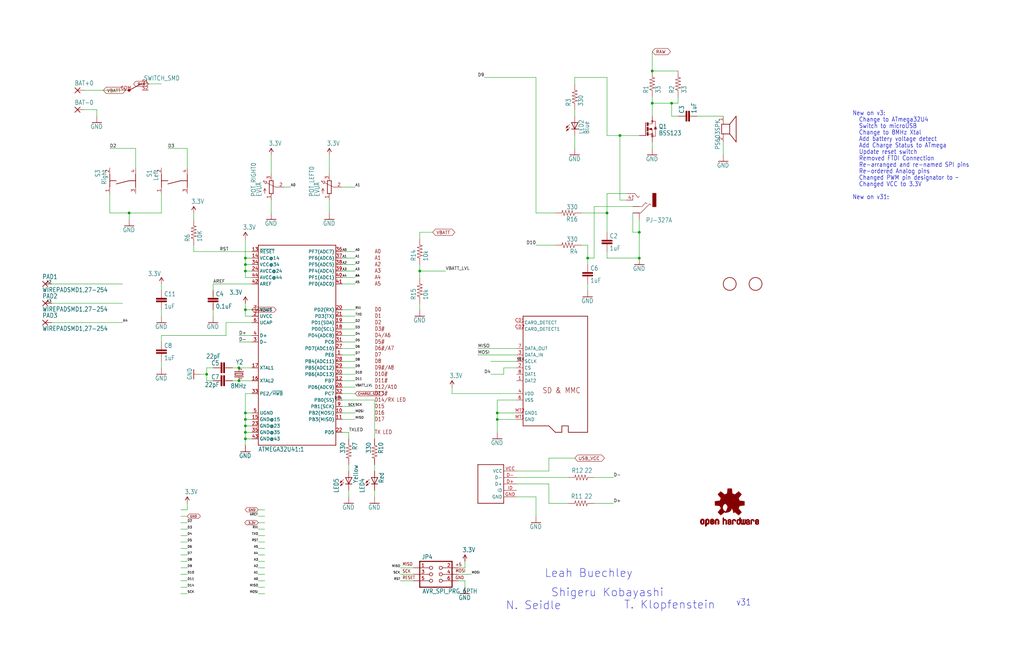
<source format=kicad_sch>
(kicad_sch (version 20230121) (generator eeschema)
  (paper "User" 402.793 260.121)
  (lib_symbols
    (symbol "working-eagle-import:3.3V" (power)
      (property "Value" "3.3V" (at -1.016 3.556 0))
      (symbol "3.3V_1_0"
        (pin power_in line (at 0 0 90) (length 2.54) (name "3.3V") (number "1"))
      )
    )
    (symbol "working-eagle-import:ATMEGA32U41{colon}1"
      (symbol "ATMEGA32U41{colon}1_1_0"
        (text "A0" (at 30.48 34.798 0) (effects (font (size 1.524 1.2954)) (justify left bottom)))
        (text "A1" (at 30.48 32.258 0) (effects (font (size 1.524 1.2954)) (justify left bottom)))
        (text "A2" (at 30.48 29.718 0) (effects (font (size 1.524 1.2954)) (justify left bottom)))
        (text "A3" (at 30.48 27.178 0) (effects (font (size 1.524 1.2954)) (justify left bottom)))
        (text "A4" (at 30.48 24.638 0) (effects (font (size 1.524 1.2954)) (justify left bottom)))
        (text "A5" (at 30.48 22.098 0) (effects (font (size 1.524 1.2954)) (justify left bottom)))
        (text "D0" (at 30.48 11.938 0) (effects (font (size 1.524 1.2954)) (justify left bottom)))
        (text "D1" (at 30.48 9.398 0) (effects (font (size 1.524 1.2954)) (justify left bottom)))
        (text "D10#" (at 30.48 -13.462 0) (effects (font (size 1.524 1.2954)) (justify left bottom)))
        (text "D11#" (at 30.48 -16.002 0) (effects (font (size 1.524 1.2954)) (justify left bottom)))
        (text "D12/A10" (at 30.48 -18.542 0) (effects (font (size 1.524 1.2954)) (justify left bottom)))
        (text "D13#" (at 30.48 -21.082 0) (effects (font (size 1.524 1.2954)) (justify left bottom)))
        (text "D14/RX LED" (at 30.48 -23.622 0) (effects (font (size 1.524 1.2954)) (justify left bottom)))
        (text "D15" (at 30.48 -26.162 0) (effects (font (size 1.524 1.2954)) (justify left bottom)))
        (text "D16" (at 30.48 -28.702 0) (effects (font (size 1.524 1.2954)) (justify left bottom)))
        (text "D17" (at 30.48 -31.242 0) (effects (font (size 1.524 1.2954)) (justify left bottom)))
        (text "D2" (at 30.48 6.858 0) (effects (font (size 1.524 1.2954)) (justify left bottom)))
        (text "D3#" (at 30.48 4.318 0) (effects (font (size 1.524 1.2954)) (justify left bottom)))
        (text "D4/A6" (at 30.48 1.778 0) (effects (font (size 1.524 1.2954)) (justify left bottom)))
        (text "D5#" (at 30.48 -0.762 0) (effects (font (size 1.524 1.2954)) (justify left bottom)))
        (text "D6#/A7" (at 30.48 -3.302 0) (effects (font (size 1.524 1.2954)) (justify left bottom)))
        (text "D7" (at 30.48 -5.842 0) (effects (font (size 1.524 1.2954)) (justify left bottom)))
        (text "D8" (at 30.48 -8.382 0) (effects (font (size 1.524 1.2954)) (justify left bottom)))
        (text "D9#/A8" (at 30.48 -10.922 0) (effects (font (size 1.524 1.2954)) (justify left bottom)))
        (text "TX LED" (at 30.48 -36.322 0) (effects (font (size 1.524 1.2954)) (justify left bottom)))
        (pin bidirectional line (at 17.78 -5.08 180) (length 2.54) (name "PE6") (number "1"))
        (pin bidirectional line (at 17.78 -27.94 180) (length 2.54) (name "PB2(MOSI)") (number "10"))
        (pin bidirectional line (at 17.78 -30.48 180) (length 2.54) (name "PB3(MISO)") (number "11"))
        (pin bidirectional line (at 17.78 -15.24 180) (length 2.54) (name "PB7") (number "12"))
        (pin bidirectional line (at -17.78 35.56 0) (length 2.54) (name "~{RESET}") (number "13"))
        (pin bidirectional line (at -17.78 33.02 0) (length 2.54) (name "VCC@14") (number "14"))
        (pin bidirectional line (at -17.78 -30.48 0) (length 2.54) (name "GND@15") (number "15"))
        (pin bidirectional line (at -17.78 -15.24 0) (length 2.54) (name "XTAL2") (number "16"))
        (pin bidirectional line (at -17.78 -10.16 0) (length 2.54) (name "XTAL1") (number "17"))
        (pin bidirectional line (at 17.78 5.08 180) (length 2.54) (name "PD0(SCL)") (number "18"))
        (pin bidirectional line (at 17.78 7.62 180) (length 2.54) (name "PD1(SDA)") (number "19"))
        (pin bidirectional line (at -17.78 10.16 0) (length 2.54) (name "UVCC") (number "2"))
        (pin bidirectional line (at 17.78 12.7 180) (length 2.54) (name "PD2(RX)") (number "20"))
        (pin bidirectional line (at 17.78 10.16 180) (length 2.54) (name "PD3(TX)") (number "21"))
        (pin bidirectional line (at 17.78 -35.56 180) (length 2.54) (name "PD5") (number "22"))
        (pin bidirectional line (at -17.78 -33.02 0) (length 2.54) (name "GND@23") (number "23"))
        (pin bidirectional line (at -17.78 27.94 0) (length 2.54) (name "AVCC@24") (number "24"))
        (pin bidirectional line (at 17.78 2.54 180) (length 2.54) (name "PD4(ADC8)") (number "25"))
        (pin bidirectional line (at 17.78 -17.78 180) (length 2.54) (name "PD6(ADC9)") (number "26"))
        (pin bidirectional line (at 17.78 -2.54 180) (length 2.54) (name "PD7(ADC10)") (number "27"))
        (pin bidirectional line (at 17.78 -7.62 180) (length 2.54) (name "PB4(ADC11)") (number "28"))
        (pin bidirectional line (at 17.78 -10.16 180) (length 2.54) (name "PB5(ADC12)") (number "29"))
        (pin bidirectional line (at -17.78 0 0) (length 2.54) (name "D-") (number "3"))
        (pin bidirectional line (at 17.78 -12.7 180) (length 2.54) (name "PB6(ADC13)") (number "30"))
        (pin bidirectional line (at 17.78 0 180) (length 2.54) (name "PC6") (number "31"))
        (pin bidirectional line (at 17.78 -20.32 180) (length 2.54) (name "PC7") (number "32"))
        (pin bidirectional line (at -17.78 -20.32 0) (length 2.54) (name "PE2/~{HWB}") (number "33"))
        (pin bidirectional line (at -17.78 30.48 0) (length 2.54) (name "VCC@34") (number "34"))
        (pin bidirectional line (at -17.78 -35.56 0) (length 2.54) (name "GND@35") (number "35"))
        (pin bidirectional line (at 17.78 35.56 180) (length 2.54) (name "PF7(ADC7)") (number "36"))
        (pin bidirectional line (at 17.78 33.02 180) (length 2.54) (name "PF6(ADC6)") (number "37"))
        (pin bidirectional line (at 17.78 30.48 180) (length 2.54) (name "PF5(ADC5)") (number "38"))
        (pin bidirectional line (at 17.78 27.94 180) (length 2.54) (name "PF4(ADC4)") (number "39"))
        (pin bidirectional line (at -17.78 2.54 0) (length 2.54) (name "D+") (number "4"))
        (pin bidirectional line (at 17.78 25.4 180) (length 2.54) (name "PF1(ADC1)") (number "40"))
        (pin bidirectional line (at 17.78 22.86 180) (length 2.54) (name "PF0(ADC0)") (number "41"))
        (pin bidirectional line (at -17.78 22.86 0) (length 2.54) (name "AREF") (number "42"))
        (pin bidirectional line (at -17.78 -38.1 0) (length 2.54) (name "GND@43") (number "43"))
        (pin bidirectional line (at -17.78 25.4 0) (length 2.54) (name "AVCC@44") (number "44"))
        (pin bidirectional line (at -17.78 -27.94 0) (length 2.54) (name "UGND") (number "5"))
        (pin bidirectional line (at -17.78 7.62 0) (length 2.54) (name "UCAP") (number "6"))
        (pin bidirectional line (at -17.78 12.7 0) (length 2.54) (name "VBUS") (number "7"))
        (pin bidirectional line (at 17.78 -22.86 180) (length 2.54) (name "PB0(SS)") (number "8"))
        (pin bidirectional line (at 17.78 -25.4 180) (length 2.54) (name "PB1(SCK)") (number "9"))
      )
    )
    (symbol "working-eagle-import:AVR_SPI_PRG_6PTH"
      (property "Reference" "J" (at -4.318 5.842 0))
      (symbol "AVR_SPI_PRG_6PTH_1_0"
        (text "+5" (at 8.89 3.048 0) (effects (font (size 1.27 1.0795)) (justify left bottom)))
        (text "GND" (at 8.89 -2.032 0) (effects (font (size 1.27 1.0795)) (justify left bottom)))
        (text "MISO" (at -11.938 3.302 0) (effects (font (size 1.27 1.0795)) (justify left bottom)))
        (text "MOSI" (at 8.89 0.635 0) (effects (font (size 1.27 1.0795)) (justify left bottom)))
        (text "RESET" (at -11.938 -2.032 0) (effects (font (size 1.27 1.0795)) (justify left bottom)))
        (text "SCK" (at -11.938 0.508 0) (effects (font (size 1.27 1.0795)) (justify left bottom)))
        (pin passive inverted (at -7.62 2.54 0) (length 7.62) (name "1") (number "1"))
        (pin passive inverted (at 10.16 2.54 180) (length 7.62) (name "2") (number "2"))
        (pin passive inverted (at -7.62 0 0) (length 7.62) (name "3") (number "3"))
        (pin passive inverted (at 10.16 0 180) (length 7.62) (name "4") (number "4"))
        (pin passive inverted (at -7.62 -2.54 0) (length 7.62) (name "5") (number "5"))
        (pin passive inverted (at 10.16 -2.54 180) (length 7.62) (name "6") (number "6"))
      )
    )
    (symbol "working-eagle-import:BSS123"
      (property "Reference" "Q" (at 2.54 0 0))
      (symbol "BSS123_1_0"
        (pin passive line (at -5.08 -2.54 0) (length 2.54) (name "G") (number "1"))
        (pin passive line (at 0 -5.08 90) (length 2.54) (name "S") (number "2"))
        (pin passive line (at 0 5.08 270) (length 2.54) (name "D") (number "3"))
      )
    )
    (symbol "working-eagle-import:CAP0603-CAP"
      (property "Reference" "C" (at 1.524 2.921 0))
      (symbol "CAP0603-CAP_1_0"
        (pin passive line (at 0 5.08 270) (length 2.54) (name "1") (number "1"))
        (pin passive line (at 0 -2.54 90) (length 2.54) (name "2") (number "2"))
      )
    )
    (symbol "working-eagle-import:CRYSTAL5X3"
      (property "Reference" "Y" (at 2.54 1.016 0))
      (symbol "CRYSTAL5X3_1_0"
        (text "1" (at -2.159 -1.143 0) (effects (font (size 0.8636 0.734)) (justify left bottom)))
        (text "2" (at 1.524 -1.143 0) (effects (font (size 0.8636 0.734)) (justify left bottom)))
        (pin passive line (at -2.54 0 0) (length 0) (name "1") (number "1"))
        (pin passive line (at 2.54 0 180) (length 0) (name "2") (number "3"))
      )
    )
    (symbol "working-eagle-import:EVUA"
      (property "Reference" "R" (at -5.969 -3.81 90))
      (symbol "EVUA_1_0"
        (pin passive line (at 0 -5.08 90) (length 2.54) (name "A") (number "1"))
        (pin passive line (at 5.08 0 180) (length 2.54) (name "S") (number "2"))
        (pin passive line (at 0 5.08 270) (length 2.54) (name "E") (number "3"))
      )
    )
    (symbol "working-eagle-import:FIDUCIAL")
    (symbol "working-eagle-import:GND" (power)
      (property "Value" "GND" (at -2.54 -2.54 0))
      (symbol "GND_1_0"
        (pin power_in line (at 0 2.54 270) (length 2.54) (name "GND") (number "1"))
      )
    )
    (symbol "working-eagle-import:LED0603"
      (property "Reference" "LED" (at 3.556 -4.572 90))
      (symbol "LED0603_1_0"
        (pin passive line (at 0 2.54 270) (length 2.54) (name "A") (number "A"))
        (pin passive line (at 0 -5.08 90) (length 2.54) (name "C") (number "C"))
      )
    )
    (symbol "working-eagle-import:MICROSD"
      (symbol "MICROSD_1_0"
        (text "SD & MMC" (at -7.62 -10.16 0) (effects (font (size 2.1844 1.8567)) (justify left bottom)))
        (pin bidirectional line (at -17.78 -5.08 0) (length 2.54) (name "DAT2") (number "1"))
        (pin input line (at -17.78 0 0) (length 2.54) (name "CS") (number "2"))
        (pin input line (at -17.78 5.08 0) (length 2.54) (name "DATA_IN") (number "3"))
        (pin power_in line (at -17.78 -10.16 0) (length 2.54) (name "VDD") (number "4"))
        (pin input line (at -17.78 2.54 0) (length 2.54) (name "SCLK") (number "5"))
        (pin power_in line (at -17.78 -12.7 0) (length 2.54) (name "VSS") (number "6"))
        (pin output line (at -17.78 7.62 0) (length 2.54) (name "DATA_OUT") (number "7"))
        (pin bidirectional line (at -17.78 -2.54 0) (length 2.54) (name "DAT1") (number "8"))
        (pin passive line (at -17.78 17.78 0) (length 2.54) (name "CARD_DETECT") (number "CD1"))
        (pin passive line (at -17.78 15.24 0) (length 2.54) (name "CARD_DETECT1") (number "CD2"))
        (pin power_in line (at -17.78 -20.32 0) (length 2.54) (name "GND") (number "MT1"))
        (pin power_in line (at -17.78 -17.78 0) (length 2.54) (name "GND1") (number "MT2"))
      )
    )
    (symbol "working-eagle-import:OSHW-LOGOL")
    (symbol "working-eagle-import:PJ-327A"
      (symbol "PJ-327A_1_0"
        (pin passive line (at -2.54 -2.54 0) (length 2.54) (name "1") (number "1"))
        (pin passive line (at -5.08 5.08 0) (length 2.54) (name "2") (number "2"))
        (pin passive line (at -2.54 0 0) (length 2.54) (name "3") (number "3"))
        (pin passive line (at -5.08 2.54 0) (length 2.54) (name "4") (number "4"))
        (pin passive line (at 0 -5.08 90) (length 2.54) (name "5") (number "5"))
      )
    )
    (symbol "working-eagle-import:PS603SPK"
      (symbol "PS603SPK_1_0"
        (pin passive line (at -5.08 0 0) (length 2.54) (name "1") (number "1"))
        (pin passive line (at 5.08 0 180) (length 2.54) (name "2") (number "2"))
      )
    )
    (symbol "working-eagle-import:RESISTOR0603-RES"
      (property "Reference" "R" (at -3.81 1.4986 0))
      (symbol "RESISTOR0603-RES_1_0"
        (pin passive line (at -5.08 0 0) (length 2.54) (name "1") (number "1"))
        (pin passive line (at 5.08 0 180) (length 2.54) (name "2") (number "2"))
      )
    )
    (symbol "working-eagle-import:SMD5"
      (property "Reference" "PAD" (at -1.143 1.8542 0))
      (symbol "SMD5_1_0"
        (pin passive line (at 2.54 0 180) (length 2.54) (name "P") (number "1"))
      )
    )
    (symbol "working-eagle-import:SWITCH_SMD"
      (symbol "SWITCH_SMD_1_0"
        (pin passive line (at -7.62 0 0) (length 2.54) (name "COM") (number "COM"))
        (pin passive line (at 2.54 2.54 180) (length 2.54) (name "S1") (number "S1"))
        (pin passive line (at 2.54 0 180) (length 2.54) (name "S2") (number "S2"))
      )
    )
    (symbol "working-eagle-import:TASTER-9314_SMD"
      (property "Reference" "S" (at 4.445 10.795 0))
      (symbol "TASTER-9314_SMD_1_0"
        (pin passive line (at -5.08 5.08 0) (length 2.54) (name "1") (number "1"))
        (pin passive line (at 5.08 5.08 180) (length 2.54) (name "2") (number "2"))
        (pin passive line (at -5.08 -5.08 0) (length 2.54) (name "3") (number "3"))
        (pin passive line (at 5.08 -5.08 180) (length 2.54) (name "4") (number "4"))
      )
    )
    (symbol "working-eagle-import:USB_B_SMD"
      (symbol "USB_B_SMD_1_0"
        (pin bidirectional line (at 10.16 0 180) (length 5.08) (name "D+") (number "D+"))
        (pin bidirectional line (at 10.16 2.54 180) (length 5.08) (name "D-") (number "D-"))
        (pin bidirectional line (at 10.16 -5.08 180) (length 5.08) (name "GND") (number "GND"))
        (pin bidirectional line (at 10.16 -2.54 180) (length 5.08) (name "ID") (number "ID"))
        (pin bidirectional line (at 10.16 5.08 180) (length 5.08) (name "VCC") (number "VCC"))
      )
    )
    (symbol "working-eagle-import:WIREPADSMD1,27-254"
      (property "Reference" "PAD" (at -1.143 1.8542 0))
      (symbol "WIREPADSMD1,27-254_1_0"
        (pin passive line (at 2.54 0 180) (length 2.54) (name "P") (number "1"))
      )
    )
    (symbol "working-eagle-import:supply1_GND" (power)
      (property "Value" "supply1_GND" (at -2.54 -2.54 0))
      (symbol "supply1_GND_1_0"
        (pin power_in line (at 0 2.54 270) (length 2.54) (name "GND") (number "1"))
      )
    )
  )
  (junction (at 195.58 162.56))
  (junction (at 96.52 162.56))
  (junction (at 251.46 101.6))
  (junction (at 243.84 53.34))
  (junction (at 264.16 40.64))
  (junction (at 50.8 83.82))
  (junction (at 93.98 144.78))
  (junction (at 96.52 172.72))
  (junction (at 231.14 101.6))
  (junction (at 93.98 149.86))
  (junction (at 165.1 106.68))
  (junction (at 96.52 106.68))
  (junction (at 256.54 40.64))
  (junction (at 96.52 165.1))
  (junction (at 96.52 121.92))
  (junction (at 238.76 83.82))
  (junction (at 256.54 27.94))
  (junction (at 96.52 104.14))
  (junction (at 96.52 101.6))
  (junction (at 81.28 147.32))
  (junction (at 251.46 91.44))
  (junction (at 96.52 170.18))
  (junction (at 195.58 165.1))
  (junction (at 96.52 167.64))
  (wire (pts (xy 96.52 124.46) (xy 96.52 121.92)) (stroke (width 0.1524)))
  (wire (pts (xy 147.32 185.42) (xy 147.32 182.88)) (stroke (width 0.1524)))
  (wire (pts (xy 33.02 43.18) (xy 38.1 43.18)) (stroke (width 0.1524)))
  (wire (pts (xy 134.62 121.92) (xy 139.7 121.92)) (stroke (width 0.1524)))
  (wire (pts (xy 71.12 228.6) (xy 73.66 228.6)) (stroke (width 0.1524)))
  (wire (pts (xy 53.34 58.42) (xy 43.18 58.42)) (stroke (width 0.1524)))
  (wire (pts (xy 264.16 40.64) (xy 264.16 45.72)) (stroke (width 0.1524)))
  (wire (pts (xy 114.3 73.66) (xy 111.76 73.66)) (stroke (width 0.1524)))
  (wire (pts (xy 134.62 106.68) (xy 139.7 106.68)) (stroke (width 0.1524)))
  (wire (pts (xy 233.68 81.28) (xy 248.92 81.28)) (stroke (width 0.1524)))
  (wire (pts (xy 251.46 91.44) (xy 251.46 101.6)) (stroke (width 0.1524)))
  (wire (pts (xy 226.06 43.18) (xy 226.06 45.72)) (stroke (width 0.1524)))
  (wire (pts (xy 83.82 124.46) (xy 83.82 121.92)) (stroke (width 0.1524)))
  (wire (pts (xy 238.76 99.06) (xy 238.76 101.6)) (stroke (width 0.1524)))
  (wire (pts (xy 182.88 220.98) (xy 182.88 223.52)) (stroke (width 0.1524)))
  (wire (pts (xy 96.52 172.72) (xy 96.52 175.26)) (stroke (width 0.1524)))
  (wire (pts (xy 198.12 144.78) (xy 198.12 147.32)) (stroke (width 0.1524)))
  (wire (pts (xy 203.2 185.42) (xy 215.9 185.42)) (stroke (width 0.1524)))
  (wire (pts (xy 96.52 104.14) (xy 96.52 101.6)) (stroke (width 0.1524)))
  (wire (pts (xy 162.56 226.06) (xy 157.48 226.06)) (stroke (width 0.1524)))
  (wire (pts (xy 231.14 101.6) (xy 231.14 104.14)) (stroke (width 0.1524)))
  (wire (pts (xy 180.34 228.6) (xy 182.88 228.6)) (stroke (width 0.1524)))
  (wire (pts (xy 248.92 83.82) (xy 248.92 91.44)) (stroke (width 0.1524)))
  (wire (pts (xy 147.32 195.58) (xy 147.32 193.04)) (stroke (width 0.1524)))
  (wire (pts (xy 50.8 83.82) (xy 43.18 83.82)) (stroke (width 0.1524)))
  (wire (pts (xy 63.5 144.78) (xy 63.5 142.24)) (stroke (width 0.1524)))
  (wire (pts (xy 71.12 205.74) (xy 73.66 205.74)) (stroke (width 0.1524)))
  (wire (pts (xy 96.52 167.64) (xy 96.52 170.18)) (stroke (width 0.1524)))
  (wire (pts (xy 83.82 111.76) (xy 83.82 114.3)) (stroke (width 0.1524)))
  (wire (pts (xy 134.62 152.4) (xy 139.7 152.4)) (stroke (width 0.1524)))
  (wire (pts (xy 58.42 33.02) (xy 63.5 33.02)) (stroke (width 0.1524)))
  (wire (pts (xy 96.52 162.56) (xy 96.52 165.1)) (stroke (width 0.1524)))
  (wire (pts (xy 180.34 226.06) (xy 185.42 226.06)) (stroke (width 0.1524)))
  (wire (pts (xy 264.16 45.72) (xy 266.7 45.72)) (stroke (width 0.1524)))
  (wire (pts (xy 104.14 218.44) (xy 101.6 218.44)) (stroke (width 0.1524)))
  (wire (pts (xy 88.9 132.08) (xy 63.5 132.08)) (stroke (width 0.1524)))
  (wire (pts (xy 104.14 215.9) (xy 101.6 215.9)) (stroke (width 0.1524)))
  (wire (pts (xy 251.46 53.34) (xy 243.84 53.34)) (stroke (width 0.1524)))
  (wire (pts (xy 73.66 203.2) (xy 71.12 203.2)) (stroke (width 0.1524)))
  (wire (pts (xy 71.12 208.28) (xy 73.66 208.28)) (stroke (width 0.1524)))
  (wire (pts (xy 238.76 83.82) (xy 238.76 76.2)) (stroke (width 0.1524)))
  (wire (pts (xy 203.2 142.24) (xy 193.04 142.24)) (stroke (width 0.1524)))
  (wire (pts (xy 266.7 40.64) (xy 264.16 40.64)) (stroke (width 0.1524)))
  (wire (pts (xy 134.62 144.78) (xy 139.7 144.78)) (stroke (width 0.1524)))
  (wire (pts (xy 243.84 53.34) (xy 238.76 53.34)) (stroke (width 0.1524)))
  (wire (pts (xy 203.2 162.56) (xy 195.58 162.56)) (stroke (width 0.1524)))
  (wire (pts (xy 238.76 76.2) (xy 246.38 76.2)) (stroke (width 0.1524)))
  (wire (pts (xy 53.34 66.04) (xy 53.34 58.42)) (stroke (width 0.1524)))
  (wire (pts (xy 129.54 60.96) (xy 129.54 68.58)) (stroke (width 0.1524)))
  (wire (pts (xy 203.2 139.7) (xy 187.96 139.7)) (stroke (width 0.1524)))
  (wire (pts (xy 231.14 111.76) (xy 231.14 114.3)) (stroke (width 0.1524)))
  (wire (pts (xy 231.14 101.6) (xy 233.68 101.6)) (stroke (width 0.1524)))
  (wire (pts (xy 233.68 187.96) (xy 241.3 187.96)) (stroke (width 0.1524)))
  (wire (pts (xy 180.34 223.52) (xy 182.88 223.52)) (stroke (width 0.1524)))
  (wire (pts (xy 246.38 78.74) (xy 243.84 78.74)) (stroke (width 0.1524)))
  (wire (pts (xy 71.12 215.9) (xy 73.66 215.9)) (stroke (width 0.1524)))
  (wire (pts (xy 165.1 106.68) (xy 175.26 106.68)) (stroke (width 0.1524)))
  (wire (pts (xy 248.92 91.44) (xy 251.46 91.44)) (stroke (width 0.1524)))
  (wire (pts (xy 99.06 170.18) (xy 96.52 170.18)) (stroke (width 0.1524)))
  (wire (pts (xy 134.62 157.48) (xy 147.32 157.48)) (stroke (width 0.1524)))
  (wire (pts (xy 134.62 162.56) (xy 139.7 162.56)) (stroke (width 0.1524)))
  (wire (pts (xy 134.62 160.02) (xy 139.7 160.02)) (stroke (width 0.1524)))
  (wire (pts (xy 96.52 106.68) (xy 96.52 104.14)) (stroke (width 0.1524)))
  (wire (pts (xy 104.14 233.68) (xy 101.6 233.68)) (stroke (width 0.1524)))
  (wire (pts (xy 43.18 83.82) (xy 43.18 76.2)) (stroke (width 0.1524)))
  (wire (pts (xy 71.12 231.14) (xy 73.66 231.14)) (stroke (width 0.1524)))
  (wire (pts (xy 266.7 27.94) (xy 256.54 27.94)) (stroke (width 0.1524)))
  (wire (pts (xy 96.52 101.6) (xy 96.52 93.98)) (stroke (width 0.1524)))
  (wire (pts (xy 99.06 144.78) (xy 93.98 144.78)) (stroke (width 0.1524)))
  (wire (pts (xy 99.06 101.6) (xy 96.52 101.6)) (stroke (width 0.1524)))
  (wire (pts (xy 99.06 167.64) (xy 96.52 167.64)) (stroke (width 0.1524)))
  (wire (pts (xy 137.16 195.58) (xy 137.16 193.04)) (stroke (width 0.1524)))
  (wire (pts (xy 134.62 129.54) (xy 139.7 129.54)) (stroke (width 0.1524)))
  (wire (pts (xy 203.2 190.5) (xy 215.9 190.5)) (stroke (width 0.1524)))
  (wire (pts (xy 99.06 104.14) (xy 96.52 104.14)) (stroke (width 0.1524)))
  (wire (pts (xy 99.06 99.06) (xy 76.2 99.06)) (stroke (width 0.1524)))
  (wire (pts (xy 134.62 137.16) (xy 139.7 137.16)) (stroke (width 0.1524)))
  (wire (pts (xy 99.06 111.76) (xy 83.82 111.76)) (stroke (width 0.1524)))
  (wire (pts (xy 104.14 226.06) (xy 101.6 226.06)) (stroke (width 0.1524)))
  (wire (pts (xy 50.8 86.36) (xy 50.8 83.82)) (stroke (width 0.1524)))
  (wire (pts (xy 104.14 231.14) (xy 101.6 231.14)) (stroke (width 0.1524)))
  (wire (pts (xy 104.14 205.74) (xy 101.6 205.74)) (stroke (width 0.1524)))
  (wire (pts (xy 134.62 99.06) (xy 139.7 99.06)) (stroke (width 0.1524)))
  (wire (pts (xy 284.48 55.88) (xy 284.48 60.96)) (stroke (width 0.1524)))
  (wire (pts (xy 228.6 83.82) (xy 238.76 83.82)) (stroke (width 0.1524)))
  (wire (pts (xy 233.68 198.12) (xy 241.3 198.12)) (stroke (width 0.1524)))
  (wire (pts (xy 134.62 165.1) (xy 139.7 165.1)) (stroke (width 0.1524)))
  (wire (pts (xy 104.14 220.98) (xy 101.6 220.98)) (stroke (width 0.1524)))
  (wire (pts (xy 165.1 109.22) (xy 165.1 106.68)) (stroke (width 0.1524)))
  (wire (pts (xy 134.62 124.46) (xy 139.7 124.46)) (stroke (width 0.1524)))
  (wire (pts (xy 106.68 83.82) (xy 106.68 78.74)) (stroke (width 0.1524)))
  (wire (pts (xy 243.84 78.74) (xy 243.84 53.34)) (stroke (width 0.1524)))
  (wire (pts (xy 73.66 220.98) (xy 71.12 220.98)) (stroke (width 0.1524)))
  (wire (pts (xy 99.06 109.22) (xy 96.52 109.22)) (stroke (width 0.1524)))
  (wire (pts (xy 203.2 165.1) (xy 195.58 165.1)) (stroke (width 0.1524)))
  (wire (pts (xy 147.32 157.48) (xy 147.32 172.72)) (stroke (width 0.1524)))
  (wire (pts (xy 203.2 157.48) (xy 195.58 157.48)) (stroke (width 0.1524)))
  (wire (pts (xy 210.82 195.58) (xy 210.82 203.2)) (stroke (width 0.1524)))
  (wire (pts (xy 78.74 147.32) (xy 81.28 147.32)) (stroke (width 0.1524)))
  (wire (pts (xy 99.06 162.56) (xy 96.52 162.56)) (stroke (width 0.1524)))
  (wire (pts (xy 93.98 144.78) (xy 91.44 144.78)) (stroke (width 0.1524)))
  (wire (pts (xy 134.62 170.18) (xy 137.16 170.18)) (stroke (width 0.1524)))
  (wire (pts (xy 83.82 144.78) (xy 81.28 144.78)) (stroke (width 0.1524)))
  (wire (pts (xy 20.32 111.76) (xy 48.26 111.76)) (stroke (width 0.1524)))
  (wire (pts (xy 256.54 20.32) (xy 256.54 27.94)) (stroke (width 0.1524)))
  (wire (pts (xy 218.44 96.52) (xy 210.82 96.52)) (stroke (width 0.1524)))
  (wire (pts (xy 48.26 127) (xy 20.32 127)) (stroke (width 0.1524)))
  (wire (pts (xy 104.14 228.6) (xy 101.6 228.6)) (stroke (width 0.1524)))
  (wire (pts (xy 63.5 111.76) (xy 63.5 114.3)) (stroke (width 0.1524)))
  (wire (pts (xy 96.52 170.18) (xy 96.52 172.72)) (stroke (width 0.1524)))
  (wire (pts (xy 129.54 83.82) (xy 129.54 78.74)) (stroke (width 0.1524)))
  (wire (pts (xy 76.2 83.82) (xy 76.2 86.36)) (stroke (width 0.1524)))
  (wire (pts (xy 96.52 109.22) (xy 96.52 106.68)) (stroke (width 0.1524)))
  (wire (pts (xy 177.8 154.94) (xy 177.8 152.4)) (stroke (width 0.1524)))
  (wire (pts (xy 134.62 104.14) (xy 139.7 104.14)) (stroke (width 0.1524)))
  (wire (pts (xy 256.54 40.64) (xy 256.54 45.72)) (stroke (width 0.1524)))
  (wire (pts (xy 99.06 127) (xy 88.9 127)) (stroke (width 0.1524)))
  (wire (pts (xy 134.62 149.86) (xy 139.7 149.86)) (stroke (width 0.1524)))
  (wire (pts (xy 99.06 172.72) (xy 96.52 172.72)) (stroke (width 0.1524)))
  (wire (pts (xy 165.1 106.68) (xy 165.1 104.14)) (stroke (width 0.1524)))
  (wire (pts (xy 215.9 185.42) (xy 215.9 180.34)) (stroke (width 0.1524)))
  (wire (pts (xy 38.1 43.18) (xy 38.1 45.72)) (stroke (width 0.1524)))
  (wire (pts (xy 215.9 190.5) (xy 215.9 198.12)) (stroke (width 0.1524)))
  (wire (pts (xy 104.14 210.82) (xy 101.6 210.82)) (stroke (width 0.1524)))
  (wire (pts (xy 162.56 223.52) (xy 157.48 223.52)) (stroke (width 0.1524)))
  (wire (pts (xy 251.46 86.36) (xy 251.46 91.44)) (stroke (width 0.1524)))
  (wire (pts (xy 134.62 111.76) (xy 139.7 111.76)) (stroke (width 0.1524)))
  (wire (pts (xy 71.12 233.68) (xy 73.66 233.68)) (stroke (width 0.1524)))
  (wire (pts (xy 195.58 157.48) (xy 195.58 162.56)) (stroke (width 0.1524)))
  (wire (pts (xy 134.62 142.24) (xy 139.7 142.24)) (stroke (width 0.1524)))
  (wire (pts (xy 93.98 149.86) (xy 91.44 149.86)) (stroke (width 0.1524)))
  (wire (pts (xy 88.9 127) (xy 88.9 132.08)) (stroke (width 0.1524)))
  (wire (pts (xy 137.16 182.88) (xy 137.16 185.42)) (stroke (width 0.1524)))
  (wire (pts (xy 203.2 154.94) (xy 177.8 154.94)) (stroke (width 0.1524)))
  (wire (pts (xy 165.1 121.92) (xy 165.1 119.38)) (stroke (width 0.1524)))
  (wire (pts (xy 134.62 134.62) (xy 139.7 134.62)) (stroke (width 0.1524)))
  (wire (pts (xy 104.14 223.52) (xy 101.6 223.52)) (stroke (width 0.1524)))
  (wire (pts (xy 134.62 139.7) (xy 139.7 139.7)) (stroke (width 0.1524)))
  (wire (pts (xy 106.68 60.96) (xy 106.68 68.58)) (stroke (width 0.1524)))
  (wire (pts (xy 96.52 154.94) (xy 96.52 162.56)) (stroke (width 0.1524)))
  (wire (pts (xy 104.14 213.36) (xy 101.6 213.36)) (stroke (width 0.1524)))
  (wire (pts (xy 210.82 30.48) (xy 210.82 83.82)) (stroke (width 0.1524)))
  (wire (pts (xy 81.28 144.78) (xy 81.28 147.32)) (stroke (width 0.1524)))
  (wire (pts (xy 99.06 124.46) (xy 96.52 124.46)) (stroke (width 0.1524)))
  (wire (pts (xy 99.06 121.92) (xy 96.52 121.92)) (stroke (width 0.1524)))
  (wire (pts (xy 210.82 30.48) (xy 190.5 30.48)) (stroke (width 0.1524)))
  (wire (pts (xy 165.1 93.98) (xy 165.1 91.44)) (stroke (width 0.1524)))
  (wire (pts (xy 238.76 101.6) (xy 251.46 101.6)) (stroke (width 0.1524)))
  (wire (pts (xy 137.16 170.18) (xy 137.16 172.72)) (stroke (width 0.1524)))
  (wire (pts (xy 20.32 119.38) (xy 48.26 119.38)) (stroke (width 0.1524)))
  (wire (pts (xy 195.58 165.1) (xy 195.58 170.18)) (stroke (width 0.1524)))
  (wire (pts (xy 238.76 30.48) (xy 226.06 30.48)) (stroke (width 0.1524)))
  (wire (pts (xy 215.9 180.34) (xy 226.06 180.34)) (stroke (width 0.1524)))
  (wire (pts (xy 165.1 91.44) (xy 170.18 91.44)) (stroke (width 0.1524)))
  (wire (pts (xy 238.76 83.82) (xy 238.76 91.44)) (stroke (width 0.1524)))
  (wire (pts (xy 274.32 45.72) (xy 284.48 45.72)) (stroke (width 0.1524)))
  (wire (pts (xy 134.62 109.22) (xy 139.7 109.22)) (stroke (width 0.1524)))
  (wire (pts (xy 99.06 106.68) (xy 96.52 106.68)) (stroke (width 0.1524)))
  (wire (pts (xy 134.62 147.32) (xy 139.7 147.32)) (stroke (width 0.1524)))
  (wire (pts (xy 215.9 198.12) (xy 223.52 198.12)) (stroke (width 0.1524)))
  (wire (pts (xy 104.14 200.66) (xy 101.6 200.66)) (stroke (width 0.1524)))
  (wire (pts (xy 231.14 96.52) (xy 231.14 101.6)) (stroke (width 0.1524)))
  (wire (pts (xy 226.06 33.02) (xy 226.06 30.48)) (stroke (width 0.1524)))
  (wire (pts (xy 203.2 187.96) (xy 223.52 187.96)) (stroke (width 0.1524)))
  (wire (pts (xy 96.52 119.38) (xy 96.52 121.92)) (stroke (width 0.1524)))
  (wire (pts (xy 99.06 134.62) (xy 93.98 134.62)) (stroke (width 0.1524)))
  (wire (pts (xy 99.06 149.86) (xy 93.98 149.86)) (stroke (width 0.1524)))
  (wire (pts (xy 162.56 228.6) (xy 157.48 228.6)) (stroke (width 0.1524)))
  (wire (pts (xy 238.76 53.34) (xy 238.76 30.48)) (stroke (width 0.1524)))
  (wire (pts (xy 134.62 127) (xy 139.7 127)) (stroke (width 0.1524)))
  (wire (pts (xy 182.88 228.6) (xy 182.88 231.14)) (stroke (width 0.1524)))
  (wire (pts (xy 63.5 83.82) (xy 50.8 83.82)) (stroke (width 0.1524)))
  (wire (pts (xy 81.28 147.32) (xy 81.28 149.86)) (stroke (width 0.1524)))
  (wire (pts (xy 96.52 165.1) (xy 96.52 167.64)) (stroke (width 0.1524)))
  (wire (pts (xy 104.14 208.28) (xy 101.6 208.28)) (stroke (width 0.1524)))
  (wire (pts (xy 134.62 132.08) (xy 139.7 132.08)) (stroke (width 0.1524)))
  (wire (pts (xy 63.5 132.08) (xy 63.5 134.62)) (stroke (width 0.1524)))
  (wire (pts (xy 63.5 121.92) (xy 63.5 124.46)) (stroke (width 0.1524)))
  (wire (pts (xy 73.66 198.12) (xy 73.66 200.66)) (stroke (width 0.1524)))
  (wire (pts (xy 203.2 137.16) (xy 187.96 137.16)) (stroke (width 0.1524)))
  (wire (pts (xy 210.82 195.58) (xy 203.2 195.58)) (stroke (width 0.1524)))
  (wire (pts (xy 139.7 73.66) (xy 134.62 73.66)) (stroke (width 0.1524)))
  (wire (pts (xy 203.2 144.78) (xy 198.12 144.78)) (stroke (width 0.1524)))
  (wire (pts (xy 73.66 58.42) (xy 66.04 58.42)) (stroke (width 0.1524)))
  (wire (pts (xy 71.12 210.82) (xy 73.66 210.82)) (stroke (width 0.1524)))
  (wire (pts (xy 76.2 96.52) (xy 76.2 99.06)) (stroke (width 0.1524)))
  (wire (pts (xy 233.68 101.6) (xy 233.68 81.28)) (stroke (width 0.1524)))
  (wire (pts (xy 99.06 154.94) (xy 96.52 154.94)) (stroke (width 0.1524)))
  (wire (pts (xy 73.66 66.04) (xy 73.66 58.42)) (stroke (width 0.1524)))
  (wire (pts (xy 256.54 58.42) (xy 256.54 55.88)) (stroke (width 0.1524)))
  (wire (pts (xy 63.5 76.2) (xy 63.5 83.82)) (stroke (width 0.1524)))
  (wire (pts (xy 256.54 38.1) (xy 256.54 40.64)) (stroke (width 0.1524)))
  (wire (pts (xy 198.12 147.32) (xy 193.04 147.32)) (stroke (width 0.1524)))
  (wire (pts (xy 73.66 200.66) (xy 71.12 200.66)) (stroke (width 0.1524)))
  (wire (pts (xy 266.7 38.1) (xy 266.7 40.64)) (stroke (width 0.1524)))
  (wire (pts (xy 99.06 165.1) (xy 96.52 165.1)) (stroke (width 0.1524)))
  (wire (pts (xy 71.12 218.44) (xy 73.66 218.44)) (stroke (width 0.1524)))
  (wire (pts (xy 195.58 162.56) (xy 195.58 165.1)) (stroke (width 0.1524)))
  (wire (pts (xy 48.26 35.56) (xy 33.02 35.56)) (stroke (width 0.1524)))
  (wire (pts (xy 134.62 154.94) (xy 139.7 154.94)) (stroke (width 0.1524)))
  (wire (pts (xy 134.62 101.6) (xy 139.7 101.6)) (stroke (width 0.1524)))
  (wire (pts (xy 71.12 226.06) (xy 73.66 226.06)) (stroke (width 0.1524)))
  (wire (pts (xy 99.06 132.08) (xy 93.98 132.08)) (stroke (width 0.1524)))
  (wire (pts (xy 71.12 223.52) (xy 73.66 223.52)) (stroke (width 0.1524)))
  (wire (pts (xy 256.54 40.64) (xy 264.16 40.64)) (stroke (width 0.1524)))
  (wire (pts (xy 218.44 83.82) (xy 210.82 83.82)) (stroke (width 0.1524)))
  (wire (pts (xy 226.06 53.34) (xy 226.06 58.42)) (stroke (width 0.1524)))
  (wire (pts (xy 228.6 96.52) (xy 231.14 96.52)) (stroke (width 0.1524)))
  (wire (pts (xy 83.82 149.86) (xy 81.28 149.86)) (stroke (width 0.1524)))
  (wire (pts (xy 71.12 213.36) (xy 73.66 213.36)) (stroke (width 0.1524)))
  (wire (pts (xy 104.14 203.2) (xy 101.6 203.2)) (stroke (width 0.1524)))
  (text "Switch to microUSB" (at 337.82 50.8 0) (effects (font (size 1.778 1.5113)) (justify left bottom)))
  (text "Shigeru Kobayashi" (at 216.662 235.204 0) (effects (font (size 3.175 3.175)) (justify left bottom)))
  (text "v31" (at 289.56 238.76 0) (effects (font (size 2.54 2.159)) (justify left bottom)))
  (text "Add battery voltage detect" (at 337.82 55.88 0) (effects (font (size 1.778 1.5113)) (justify left bottom)))
  (text "Change to 8MHz Xtal" (at 337.82 53.34 0) (effects (font (size 1.778 1.5113)) (justify left bottom)))
  (text "T. Klopfenstein" (at 245.364 240.03 0) (effects (font (size 3.175 3.175)) (justify left bottom)))
  (text "Leah Buechley" (at 214.122 227.584 0) (effects (font (size 3.175 3.175)) (justify left bottom)))
  (text "Removed FTDI Connection" (at 337.82 63.5 0) (effects (font (size 1.778 1.5113)) (justify left bottom)))
  (text "New on v31:" (at 335.28 78.74 0) (effects (font (size 1.778 1.5113)) (justify left bottom)))
  (text "Changed VCC to 3.3V" (at 337.82 73.66 0) (effects (font (size 1.778 1.5113)) (justify left bottom)))
  (text "N. Seidle" (at 198.882 240.284 0) (effects (font (size 3.175 3.175)) (justify left bottom)))
  (text "Add Charge Status to ATmega" (at 337.82 58.42 0) (effects (font (size 1.778 1.5113)) (justify left bottom)))
  (text "Change to ATmega32U4" (at 337.82 48.26 0) (effects (font (size 1.778 1.5113)) (justify left bottom)))
  (text "New on v3:" (at 335.28 45.72 0) (effects (font (size 1.778 1.5113)) (justify left bottom)))
  (text "Re-ordered Analog pins" (at 337.82 68.58 0) (effects (font (size 1.778 1.5113)) (justify left bottom)))
  (text "Update reset switch" (at 337.82 60.96 0) (effects (font (size 1.778 1.5113)) (justify left bottom)))
  (text "Re-arranged and re-named SPI pins" (at 337.82 66.04 0) (effects (font (size 1.778 1.5113)) (justify left bottom)))
  (text "Changed PWM pin designator to ~" (at 337.82 71.12 0) (effects (font (size 1.778 1.5113)) (justify left bottom)))
  (label "SCK" (at 203.2 142.24 0) (effects (font (size 1.016 1.016))))
  (label "A3" (at 101.6 220.98 180) (effects (font (size 0.889 0.889))))
  (label "D2" (at 139.7 127 0) (effects (font (size 0.889 0.889))))
  (label "D+" (at 93.98 132.08 0) (effects (font (size 1.2446 1.2446))))
  (label "MISO" (at 157.48 223.52 180) (effects (font (size 0.889 0.889))))
  (label "D-" (at 241.3 187.96 0) (effects (font (size 1.2446 1.2446))))
  (label "MISO" (at 139.7 165.1 0) (effects (font (size 0.889 0.889))))
  (label "VBATT_LVL" (at 175.26 106.68 0) (effects (font (size 1.2446 1.2446))))
  (label "MISO" (at 187.96 137.16 0) (effects (font (size 1.2446 1.2446))))
  (label "D14" (at 73.66 231.14 0) (effects (font (size 0.889 0.889))))
  (label "D10" (at 139.7 147.32 0) (effects (font (size 0.889 0.889))))
  (label "A5" (at 101.6 215.9 180) (effects (font (size 0.889 0.889))))
  (label "A1" (at 101.6 226.06 180) (effects (font (size 0.889 0.889))))
  (label "D5" (at 73.66 213.36 0) (effects (font (size 0.889 0.889))))
  (label "D6" (at 139.7 137.16 0) (effects (font (size 0.889 0.889))))
  (label "A3" (at 20.32 119.38 180) (effects (font (size 1.016 1.016))))
  (label "A4" (at 48.26 127 0) (effects (font (size 1.016 1.016))))
  (label "D9" (at 139.7 144.78 0) (effects (font (size 0.889 0.889))))
  (label "SCK" (at 139.7 160.02 180) (effects (font (size 0.889 0.889))))
  (label "A1" (at 139.7 73.66 0) (effects (font (size 1.016 1.016))))
  (label "D7" (at 139.7 139.7 0) (effects (font (size 0.889 0.889))))
  (label "A3" (at 139.7 106.68 0) (effects (font (size 0.889 0.889))))
  (label "RST" (at 101.6 213.36 180) (effects (font (size 0.889 0.889))))
  (label "D4" (at 73.66 210.82 0) (effects (font (size 0.889 0.889))))
  (label "A2" (at 134.62 104.14 0) (effects (font (size 0.889 0.889))))
  (label "SCK" (at 73.66 233.68 0) (effects (font (size 0.889 0.889))))
  (label "RXI" (at 139.7 121.92 0) (effects (font (size 0.889 0.889))))
  (label "A4" (at 139.7 109.22 0) (effects (font (size 0.889 0.889))))
  (label "D14" (at 134.62 157.48 180) (effects (font (size 1.016 1.016))))
  (label "A0" (at 134.62 99.06 0) (effects (font (size 0.889 0.889))))
  (label "MISO" (at 101.6 231.14 180) (effects (font (size 0.889 0.889))))
  (label "D5" (at 139.7 134.62 0) (effects (font (size 0.889 0.889))))
  (label "MOSI" (at 101.6 233.68 180) (effects (font (size 0.889 0.889))))
  (label "A3" (at 134.62 106.68 0) (effects (font (size 0.889 0.889))))
  (label "MOSI" (at 187.96 139.7 0) (effects (font (size 1.2446 1.2446))))
  (label "VBATT_LVL" (at 139.7 152.4 0) (effects (font (size 0.889 0.889))))
  (label "A2" (at 139.7 104.14 0) (effects (font (size 0.889 0.889))))
  (label "D9" (at 73.66 223.52 0) (effects (font (size 0.889 0.889))))
  (label "D8" (at 73.66 220.98 0) (effects (font (size 0.889 0.889))))
  (label "TXO" (at 139.7 124.46 0) (effects (font (size 0.889 0.889))))
  (label "A4" (at 139.7 109.22 0) (effects (font (size 0.889 0.889))))
  (label "A4" (at 134.62 109.22 0) (effects (font (size 0.889 0.889))))
  (label "MOSI" (at 185.42 226.06 0) (effects (font (size 0.889 0.889))))
  (label "D7" (at 73.66 218.44 0) (effects (font (size 0.889 0.889))))
  (label "A1" (at 139.7 101.6 0) (effects (font (size 0.889 0.889))))
  (label "D10" (at 210.82 96.52 180) (effects (font (size 1.2446 1.2446))))
  (label "SCK" (at 139.7 160.02 0) (effects (font (size 0.889 0.889))))
  (label "D2" (at 73.66 205.74 0) (effects (font (size 0.889 0.889))))
  (label "A0" (at 101.6 228.6 180) (effects (font (size 0.889 0.889))))
  (label "A0" (at 139.7 99.06 0) (effects (font (size 0.889 0.889))))
  (label "D8" (at 139.7 142.24 0) (effects (font (size 0.889 0.889))))
  (label "D10" (at 73.66 226.06 0) (effects (font (size 0.889 0.889))))
  (label "A1" (at 134.62 101.6 0) (effects (font (size 0.889 0.889))))
  (label "TXO" (at 101.6 210.82 180) (effects (font (size 0.889 0.889))))
  (label "D3" (at 139.7 129.54 0) (effects (font (size 0.889 0.889))))
  (label "D6" (at 73.66 215.9 0) (effects (font (size 0.889 0.889))))
  (label "A4" (at 101.6 218.44 180) (effects (font (size 0.889 0.889))))
  (label "RXI" (at 101.6 208.28 180) (effects (font (size 0.889 0.889))))
  (label "A2" (at 101.6 223.52 180) (effects (font (size 0.889 0.889))))
  (label "D4" (at 139.7 132.08 0) (effects (font (size 0.889 0.889))))
  (label "A2" (at 20.32 111.76 180) (effects (font (size 1.016 1.016))))
  (label "D4" (at 193.04 147.32 180) (effects (font (size 1.2446 1.2446))))
  (label "RST" (at 86.36 99.06 0) (effects (font (size 1.2446 1.2446))))
  (label "D11" (at 73.66 228.6 0) (effects (font (size 0.889 0.889))))
  (label "D3" (at 66.04 58.42 0) (effects (font (size 1.2446 1.2446))))
  (label "D+" (at 241.3 198.12 0) (effects (font (size 1.2446 1.2446))))
  (label "TXLED" (at 137.16 170.18 0) (effects (font (size 1.2446 1.2446))))
  (label "AREF" (at 83.82 111.76 0) (effects (font (size 1.2446 1.2446))))
  (label "SCK" (at 157.48 226.06 180) (effects (font (size 0.889 0.889))))
  (label "A5" (at 139.7 111.76 0) (effects (font (size 0.889 0.889))))
  (label "D3" (at 73.66 208.28 0) (effects (font (size 0.889 0.889))))
  (label "D11" (at 139.7 149.86 0) (effects (font (size 0.889 0.889))))
  (label "RST" (at 157.48 228.6 180) (effects (font (size 0.889 0.889))))
  (label "AREF" (at 101.6 203.2 180) (effects (font (size 0.889 0.889))))
  (label "A0" (at 114.3 73.66 0) (effects (font (size 1.016 1.016))))
  (label "D9" (at 190.5 30.48 180) (effects (font (size 1.2446 1.2446))))
  (label "D-" (at 93.98 134.62 0) (effects (font (size 1.2446 1.2446))))
  (label "D2" (at 43.18 58.42 0) (effects (font (size 1.2446 1.2446))))
  (label "MOSI" (at 139.7 162.56 0) (effects (font (size 0.889 0.889))))
  (global_label "VBATT" (shape bidirectional) (at 40.64 35.56 0) (effects (font (size 1.2446 1.2446))) (property "Intersheetrefs" "${INTERSHEET_REFS}" (effects hide)))
  (global_label "RAW" (shape bidirectional) (at 256.54 20.32 0) (effects (font (size 1.2446 1.2446))) (property "Intersheetrefs" "${INTERSHEET_REFS}" (effects hide)))
  (global_label "GND" (shape bidirectional) (at 73.66 203.2 0) (effects (font (size 0.889 0.889))) (property "Intersheetrefs" "${INTERSHEET_REFS}" (effects hide)))
  (global_label "RAW" (shape bidirectional) (at 58.42 33.02 180) (effects (font (size 1.016 1.016))) (property "Intersheetrefs" "${INTERSHEET_REFS}" (effects hide)))
  (global_label "CHARGE_STAT" (shape bidirectional) (at 139.7 154.94 0) (effects (font (size 0.889 0.889))) (property "Intersheetrefs" "${INTERSHEET_REFS}" (effects hide)))
  (global_label "GND" (shape bidirectional) (at 101.6 200.66 180) (effects (font (size 0.889 0.889))) (property "Intersheetrefs" "${INTERSHEET_REFS}" (effects hide)))
  (global_label "3.3V" (shape bidirectional) (at 101.6 205.74 180) (effects (font (size 0.889 0.889))) (property "Intersheetrefs" "${INTERSHEET_REFS}" (effects hide)))
  (global_label "USB_VCC" (shape bidirectional) (at 99.06 121.92 0) (effects (font (size 1.016 1.016))) (property "Intersheetrefs" "${INTERSHEET_REFS}" (effects hide)))
  (global_label "USB_VCC" (shape bidirectional) (at 226.06 180.34 0) (effects (font (size 1.2446 1.2446))) (property "Intersheetrefs" "${INTERSHEET_REFS}" (effects hide)))
  (global_label "VBATT" (shape bidirectional) (at 170.18 91.44 0) (effects (font (size 1.2446 1.2446))) (property "Intersheetrefs" "${INTERSHEET_REFS}" (effects hide)))
  (symbol (lib_id "working-eagle-import:CAP0603-CAP") (at 238.76 93.98 180) (unit 1)
    (property "Reference" "C2" (at 239.776 93.853 0) (effects (font (size 1.778 1.5113)) (justify right top)))
    (property "Value" "1uF" (at 239.776 98.679 0) (effects (font (size 1.778 1.5113)) (justify right top)))
    (property "Footprint" "working:0603-CAP" (effects hide))
  )
  (symbol (lib_id "working-eagle-import:GND") (at 147.32 198.12 0) (unit 1)
    (property "Reference" "#GND27" (effects hide))
    (property "Value" "GND" (at 144.78 200.66 0) (effects (font (size 1.778 1.5113)) (justify left bottom)))
  )
  (symbol (lib_id "working-eagle-import:GND") (at 38.1 48.26 0) (unit 1)
    (property "Reference" "#GND3" (effects hide))
    (property "Value" "GND" (at 35.56 50.8 0) (effects (font (size 1.778 1.5113)) (justify left bottom)))
  )
  (symbol (lib_id "working-eagle-import:WIREPADSMD1,27-254") (at 17.78 119.38 0) (unit 1)
    (property "Reference" "PAD2" (at 16.637 117.5258 0) (effects (font (size 1.778 1.5113)) (justify left bottom)))
    (property "Value" "WIREPADSMD1,27-254" (at 16.637 122.682 0) (effects (font (size 1.778 1.5113)) (justify left bottom)))
    (property "Footprint" "working:SMD1,27-2,54" (effects hide))
  )
  (symbol (lib_id "working-eagle-import:supply1_GND") (at 195.58 172.72 0) (unit 1)
    (property "Reference" "#GND6" (effects hide))
    (property "Value" "GND" (at 193.04 175.26 0) (effects (font (size 1.778 1.5113)) (justify left bottom)))
  )
  (symbol (lib_id "working-eagle-import:RESISTOR0603-RES") (at 228.6 198.12 180) (unit 1)
    (property "Reference" "R11" (at 224.536 196.342 0) (effects (font (size 1.778 1.5113)) (justify right top)))
    (property "Value" "22" (at 229.87 196.342 0) (effects (font (size 1.778 1.5113)) (justify right top)))
    (property "Footprint" "working:0603-RES" (effects hide))
  )
  (symbol (lib_id "working-eagle-import:CAP0603-CAP") (at 86.36 149.86 270) (unit 1)
    (property "Reference" "C7" (at 83.058 149.352 90) (effects (font (size 1.778 1.5113)) (justify left bottom)))
    (property "Value" "22pF" (at 80.518 152.4 90) (effects (font (size 1.778 1.5113)) (justify left bottom)))
    (property "Footprint" "working:0603-CAP" (effects hide))
  )
  (symbol (lib_id "working-eagle-import:TASTER-9314_SMD") (at 48.26 71.12 90) (unit 1)
    (property "Reference" "S3" (at 37.465 66.675 0) (effects (font (size 1.778 1.5113)) (justify right top)))
    (property "Value" "Right" (at 40.005 66.675 0) (effects (font (size 1.778 1.5113)) (justify right top)))
    (property "Footprint" "working:TASTER-9314_SMD" (effects hide))
  )
  (symbol (lib_id "working-eagle-import:LED0603") (at 226.06 48.26 0) (unit 1)
    (property "Reference" "LED2" (at 229.616 52.832 90) (effects (font (size 1.778 1.5113)) (justify left bottom)))
    (property "Value" "Blue" (at 231.775 52.832 90) (effects (font (size 1.778 1.5113)) (justify left bottom)))
    (property "Footprint" "working:LED-0603" (effects hide))
  )
  (symbol (lib_id "working-eagle-import:BSS123") (at 256.54 50.8 0) (unit 1)
    (property "Reference" "Q1" (at 259.08 50.8 0) (effects (font (size 1.778 1.5113)) (justify left bottom)))
    (property "Value" "BSS123" (at 259.08 53.34 0) (effects (font (size 1.778 1.5113)) (justify left bottom)))
    (property "Footprint" "working:SOT23" (effects hide))
  )
  (symbol (lib_id "working-eagle-import:supply1_GND") (at 106.68 86.36 0) (unit 1)
    (property "Reference" "#GND8" (effects hide))
    (property "Value" "GND" (at 104.14 88.9 0) (effects (font (size 1.778 1.5113)) (justify left bottom)))
  )
  (symbol (lib_id "working-eagle-import:supply1_GND") (at 256.54 60.96 0) (unit 1)
    (property "Reference" "#GND4" (effects hide))
    (property "Value" "GND" (at 254 63.5 0) (effects (font (size 1.778 1.5113)) (justify left bottom)))
  )
  (symbol (lib_id "working-eagle-import:supply1_GND") (at 284.48 63.5 0) (unit 1)
    (property "Reference" "#GND2" (effects hide))
    (property "Value" "GND" (at 281.94 66.04 0) (effects (font (size 1.778 1.5113)) (justify left bottom)))
  )
  (symbol (lib_id "working-eagle-import:supply1_GND") (at 129.54 86.36 0) (unit 1)
    (property "Reference" "#GND7" (effects hide))
    (property "Value" "GND" (at 127 88.9 0) (effects (font (size 1.778 1.5113)) (justify left bottom)))
  )
  (symbol (lib_id "working-eagle-import:GND") (at 210.82 205.74 0) (unit 1)
    (property "Reference" "#GND28" (effects hide))
    (property "Value" "GND" (at 208.28 208.28 0) (effects (font (size 1.778 1.5113)) (justify left bottom)))
  )
  (symbol (lib_id "working-eagle-import:CAP0603-CAP") (at 83.82 116.84 180) (unit 1)
    (property "Reference" "C4" (at 84.836 116.713 0) (effects (font (size 1.778 1.5113)) (justify right top)))
    (property "Value" "0.1uF" (at 84.836 121.539 0) (effects (font (size 1.778 1.5113)) (justify right top)))
    (property "Footprint" "working:0603-CAP" (effects hide))
  )
  (symbol (lib_id "working-eagle-import:RESISTOR0603-RES") (at 137.16 177.8 270) (unit 1)
    (property "Reference" "R7" (at 138.6586 173.99 0) (effects (font (size 1.778 1.5113)) (justify left bottom)))
    (property "Value" "330" (at 133.858 173.99 0) (effects (font (size 1.778 1.5113)) (justify left bottom)))
    (property "Footprint" "working:0603-RES" (effects hide))
  )
  (symbol (lib_id "working-eagle-import:3.3V") (at 129.54 60.96 0) (unit 1)
    (property "Reference" "#P+2" (effects hide))
    (property "Value" "3.3V" (at 128.524 57.404 0) (effects (font (size 1.778 1.5113)) (justify left bottom)))
  )
  (symbol (lib_id "working-eagle-import:TASTER-9314_SMD") (at 68.58 71.12 90) (unit 1)
    (property "Reference" "S1" (at 57.785 66.675 0) (effects (font (size 1.778 1.5113)) (justify right top)))
    (property "Value" "Left" (at 60.325 66.675 0) (effects (font (size 1.778 1.5113)) (justify right top)))
    (property "Footprint" "working:TASTER-9314_SMD" (effects hide))
  )
  (symbol (lib_id "working-eagle-import:RESISTOR0603-RES") (at 223.52 83.82 180) (unit 1)
    (property "Reference" "R16" (at 227.33 85.3186 0) (effects (font (size 1.778 1.5113)) (justify left bottom)))
    (property "Value" "330" (at 227.33 80.518 0) (effects (font (size 1.778 1.5113)) (justify left bottom)))
    (property "Footprint" "working:0603-RES" (effects hide))
  )
  (symbol (lib_id "working-eagle-import:supply1_GND") (at 165.1 124.46 0) (unit 1)
    (property "Reference" "#GND35" (effects hide))
    (property "Value" "GND" (at 162.56 127 0) (effects (font (size 1.778 1.5113)) (justify left bottom)))
  )
  (symbol (lib_id "working-eagle-import:RESISTOR0603-RES") (at 165.1 99.06 90) (unit 1)
    (property "Reference" "R14" (at 163.6014 102.87 0) (effects (font (size 1.778 1.5113)) (justify left bottom)))
    (property "Value" "10k" (at 168.402 102.87 0) (effects (font (size 1.778 1.5113)) (justify left bottom)))
    (property "Footprint" "working:0603-RES" (effects hide))
  )
  (symbol (lib_id "working-eagle-import:RESISTOR0603-RES") (at 147.32 177.8 270) (unit 1)
    (property "Reference" "R10" (at 148.8186 173.99 0) (effects (font (size 1.778 1.5113)) (justify left bottom)))
    (property "Value" "330" (at 144.018 173.99 0) (effects (font (size 1.778 1.5113)) (justify left bottom)))
    (property "Footprint" "working:0603-RES" (effects hide))
  )
  (symbol (lib_id "working-eagle-import:3.3V") (at 73.66 198.12 0) (unit 1)
    (property "Reference" "#P+6" (effects hide))
    (property "Value" "3.3V" (at 72.644 194.564 0) (effects (font (size 1.778 1.5113)) (justify left bottom)))
  )
  (symbol (lib_id "working-eagle-import:3.3V") (at 96.52 93.98 0) (unit 1)
    (property "Reference" "#P+3" (effects hide))
    (property "Value" "3.3V" (at 95.504 90.424 0) (effects (font (size 1.778 1.5113)) (justify left bottom)))
  )
  (symbol (lib_id "working-eagle-import:PJ-327A") (at 251.46 81.28 0) (unit 1)
    (property "Reference" "X2" (effects hide))
    (property "Value" "PJ-327A" (at 254 87.63 0) (effects (font (size 1.778 1.5113)) (justify left bottom)))
    (property "Footprint" "working:PJ-327A" (effects hide))
  )
  (symbol (lib_id "working-eagle-import:USB_B_SMD") (at 193.04 190.5 0) (unit 1)
    (property "Reference" "X1" (effects hide))
    (property "Value" "USB_B_SMD" (effects hide))
    (property "Footprint" "working:USB_B_SMD" (effects hide))
  )
  (symbol (lib_id "working-eagle-import:3.3V") (at 63.5 111.76 0) (unit 1)
    (property "Reference" "#UVCC1" (effects hide))
    (property "Value" "3.3V" (at 58.166 108.712 0) (effects (font (size 1.778 1.5113)) (justify left bottom)))
  )
  (symbol (lib_id "working-eagle-import:RESISTOR0603-RES") (at 226.06 38.1 90) (unit 1)
    (property "Reference" "R3" (at 224.5614 41.91 0) (effects (font (size 1.778 1.5113)) (justify left bottom)))
    (property "Value" "330" (at 229.362 41.91 0) (effects (font (size 1.778 1.5113)) (justify left bottom)))
    (property "Footprint" "working:0603-RES" (effects hide))
  )
  (symbol (lib_id "working-eagle-import:CAP0603-CAP") (at 231.14 106.68 180) (unit 1)
    (property "Reference" "C6" (at 232.156 106.553 0) (effects (font (size 1.778 1.5113)) (justify right top)))
    (property "Value" "1uF" (at 232.156 111.379 0) (effects (font (size 1.778 1.5113)) (justify right top)))
    (property "Footprint" "working:0603-CAP" (effects hide))
  )
  (symbol (lib_id "working-eagle-import:supply1_GND") (at 251.46 104.14 0) (unit 1)
    (property "Reference" "#GND9" (effects hide))
    (property "Value" "GND" (at 248.92 106.68 0) (effects (font (size 1.778 1.5113)) (justify left bottom)))
  )
  (symbol (lib_id "working-eagle-import:EVUA") (at 106.68 73.66 0) (unit 1)
    (property "Reference" "POT_RIGHT0" (at 100.711 77.47 90) (effects (font (size 1.778 1.5113)) (justify left bottom)))
    (property "Value" "EVUA" (at 102.87 77.47 90) (effects (font (size 1.778 1.5113)) (justify left bottom)))
    (property "Footprint" "working:EVUF" (effects hide))
  )
  (symbol (lib_id "working-eagle-import:3.3V") (at 96.52 119.38 0) (unit 1)
    (property "Reference" "#UVCC0" (effects hide))
    (property "Value" "3.3V" (at 90.17 116.078 0) (effects (font (size 1.778 1.5113)) (justify left bottom)))
  )
  (symbol (lib_id "working-eagle-import:SMD5") (at 30.48 43.18 0) (unit 1)
    (property "Reference" "BAT-0" (at 29.337 41.3258 0) (effects (font (size 1.778 1.5113)) (justify left bottom)))
    (property "Value" "SMD5" (effects hide))
    (property "Footprint" "working:SMD2,54-5,08" (effects hide))
  )
  (symbol (lib_id "working-eagle-import:SWITCH_SMD") (at 55.88 35.56 0) (unit 1)
    (property "Reference" "SW0" (effects hide))
    (property "Value" "SWITCH_SMD" (at 56.515 31.75 0) (effects (font (size 1.778 1.5113)) (justify left bottom)))
    (property "Footprint" "working:SWITCH_SMD" (effects hide))
  )
  (symbol (lib_id "working-eagle-import:FIDUCIAL") (at 287.02 111.76 0) (unit 1)
    (property "Reference" "U$1" (effects hide))
    (property "Value" "FIDUCIAL" (effects hide))
    (property "Footprint" "working:FIDUCIAL_1MM" (effects hide))
  )
  (symbol (lib_id "working-eagle-import:WIREPADSMD1,27-254") (at 17.78 127 0) (unit 1)
    (property "Reference" "PAD3" (at 16.637 125.1458 0) (effects (font (size 1.778 1.5113)) (justify left bottom)))
    (property "Value" "WIREPADSMD1,27-254" (at 16.637 130.302 0) (effects (font (size 1.778 1.5113)) (justify left bottom)))
    (property "Footprint" "working:SMD1,27-2,54" (effects hide))
  )
  (symbol (lib_id "working-eagle-import:OSHW-LOGOL") (at 287.02 198.12 0) (unit 1)
    (property "Reference" "LOGO1" (effects hide))
    (property "Value" "OSHW-LOGOL" (effects hide))
    (property "Footprint" "working:OSHW-LOGO-L" (effects hide))
  )
  (symbol (lib_id "working-eagle-import:LED0603") (at 137.16 187.96 0) (unit 1)
    (property "Reference" "LED5" (at 131.318 188.214 90) (effects (font (size 1.778 1.5113)) (justify right top)))
    (property "Value" "Yellow" (at 140.843 190.246 90) (effects (font (size 1.778 1.5113)) (justify left bottom)))
    (property "Footprint" "working:LED-0603" (effects hide))
  )
  (symbol (lib_id "working-eagle-import:FIDUCIAL") (at 297.18 111.76 0) (unit 1)
    (property "Reference" "U$2" (effects hide))
    (property "Value" "FIDUCIAL" (effects hide))
    (property "Footprint" "working:FIDUCIAL_1MM" (effects hide))
  )
  (symbol (lib_id "working-eagle-import:LED0603") (at 147.32 187.96 0) (unit 1)
    (property "Reference" "LED4" (at 141.478 188.214 90) (effects (font (size 1.778 1.5113)) (justify right top)))
    (property "Value" "Red" (at 151.003 190.246 90) (effects (font (size 1.778 1.5113)) (justify left bottom)))
    (property "Footprint" "working:LED-0603" (effects hide))
  )
  (symbol (lib_id "working-eagle-import:CAP0603-CAP") (at 63.5 137.16 180) (unit 1)
    (property "Reference" "C8" (at 64.516 137.033 0) (effects (font (size 1.778 1.5113)) (justify right top)))
    (property "Value" "1uF" (at 64.516 141.859 0) (effects (font (size 1.778 1.5113)) (justify right top)))
    (property "Footprint" "working:0603-CAP" (effects hide))
  )
  (symbol (lib_id "working-eagle-import:3.3V") (at 76.2 83.82 0) (unit 1)
    (property "Reference" "#P+4" (effects hide))
    (property "Value" "3.3V" (at 75.184 80.264 0) (effects (font (size 1.778 1.5113)) (justify left bottom)))
  )
  (symbol (lib_id "working-eagle-import:SMD5") (at 30.48 35.56 0) (unit 1)
    (property "Reference" "BAT+0" (at 29.337 33.7058 0) (effects (font (size 1.778 1.5113)) (justify left bottom)))
    (property "Value" "SMD5" (effects hide))
    (property "Footprint" "working:SMD2,54-5,08" (effects hide))
  )
  (symbol (lib_id "working-eagle-import:RESISTOR0603-RES") (at 266.7 33.02 90) (unit 1)
    (property "Reference" "R2" (at 265.2014 36.83 0) (effects (font (size 1.778 1.5113)) (justify left bottom)))
    (property "Value" "33" (at 270.002 36.83 0) (effects (font (size 1.778 1.5113)) (justify left bottom)))
    (property "Footprint" "working:0603-RES" (effects hide))
  )
  (symbol (lib_id "working-eagle-import:supply1_GND") (at 226.06 60.96 0) (unit 1)
    (property "Reference" "#GND11" (effects hide))
    (property "Value" "GND" (at 223.52 63.5 0) (effects (font (size 1.778 1.5113)) (justify left bottom)))
  )
  (symbol (lib_id "working-eagle-import:RESISTOR0603-RES") (at 76.2 91.44 90) (unit 1)
    (property "Reference" "R6" (at 74.7014 95.25 0) (effects (font (size 1.778 1.5113)) (justify left bottom)))
    (property "Value" "10K" (at 79.502 95.25 0) (effects (font (size 1.778 1.5113)) (justify left bottom)))
    (property "Footprint" "working:0603-RES" (effects hide))
  )
  (symbol (lib_id "working-eagle-import:CAP0603-CAP") (at 63.5 116.84 180) (unit 1)
    (property "Reference" "C11" (at 64.516 116.713 0) (effects (font (size 1.778 1.5113)) (justify right top)))
    (property "Value" "1uF" (at 64.516 121.539 0) (effects (font (size 1.778 1.5113)) (justify right top)))
    (property "Footprint" "working:0603-CAP" (effects hide))
  )
  (symbol (lib_id "working-eagle-import:MICROSD") (at 220.98 144.78 0) (unit 1)
    (property "Reference" "SD0" (effects hide))
    (property "Value" "MICROSD" (effects hide))
    (property "Footprint" "working:MICROSD" (effects hide))
  )
  (symbol (lib_id "working-eagle-import:GND") (at 182.88 233.68 0) (unit 1)
    (property "Reference" "#GND1" (effects hide))
    (property "Value" "GND" (at 180.34 236.22 0) (effects (font (size 1.778 1.5113)) (justify left bottom)))
  )
  (symbol (lib_id "working-eagle-import:GND") (at 76.2 147.32 270) (unit 1)
    (property "Reference" "#GND23" (effects hide))
    (property "Value" "GND" (at 73.66 144.78 0) (effects (font (size 1.778 1.5113)) (justify left bottom)))
  )
  (symbol (lib_id "working-eagle-import:PS603SPK") (at 284.48 50.8 270) (unit 1)
    (property "Reference" "SPEAKER0" (effects hide))
    (property "Value" "PS603SPK" (at 281.305 46.99 0) (effects (font (size 1.778 1.5113)) (justify left bottom)))
    (property "Footprint" "working:PS603" (effects hide))
  )
  (symbol (lib_id "working-eagle-import:RESISTOR0603-RES") (at 223.52 96.52 180) (unit 1)
    (property "Reference" "R4" (at 227.33 98.0186 0) (effects (font (size 1.778 1.5113)) (justify left bottom)))
    (property "Value" "330" (at 227.33 93.218 0) (effects (font (size 1.778 1.5113)) (justify left bottom)))
    (property "Footprint" "working:0603-RES" (effects hide))
  )
  (symbol (lib_id "working-eagle-import:supply1_GND") (at 231.14 116.84 0) (unit 1)
    (property "Reference" "#GND10" (effects hide))
    (property "Value" "GND" (at 228.6 119.38 0) (effects (font (size 1.778 1.5113)) (justify left bottom)))
  )
  (symbol (lib_id "working-eagle-import:3.3V") (at 177.8 152.4 0) (unit 1)
    (property "Reference" "#P+1" (effects hide))
    (property "Value" "3.3V" (at 176.784 148.844 0) (effects (font (size 1.778 1.5113)) (justify left bottom)))
  )
  (symbol (lib_id "working-eagle-import:GND") (at 96.52 177.8 0) (unit 1)
    (property "Reference" "#GND24" (effects hide))
    (property "Value" "GND" (at 93.98 180.34 0) (effects (font (size 1.778 1.5113)) (justify left bottom)))
  )
  (symbol (lib_id "working-eagle-import:GND") (at 63.5 147.32 0) (unit 1)
    (property "Reference" "#GND25" (effects hide))
    (property "Value" "GND" (at 60.96 149.86 0) (effects (font (size 1.778 1.5113)) (justify left bottom)))
  )
  (symbol (lib_id "working-eagle-import:3.3V") (at 182.88 220.98 0) (unit 1)
    (property "Reference" "#P+7" (effects hide))
    (property "Value" "3.3V" (at 181.864 217.424 0) (effects (font (size 1.778 1.5113)) (justify left bottom)))
  )
  (symbol (lib_id "working-eagle-import:GND") (at 83.82 127 0) (unit 1)
    (property "Reference" "#GND19" (effects hide))
    (property "Value" "GND" (at 81.28 129.54 0) (effects (font (size 1.778 1.5113)) (justify left bottom)))
  )
  (symbol (lib_id "working-eagle-import:GND") (at 50.8 88.9 0) (unit 1)
    (property "Reference" "#GND5" (effects hide))
    (property "Value" "GND" (at 48.26 91.44 0) (effects (font (size 1.778 1.5113)) (justify left bottom)))
  )
  (symbol (lib_id "working-eagle-import:GND") (at 137.16 198.12 0) (unit 1)
    (property "Reference" "#GND22" (effects hide))
    (property "Value" "GND" (at 134.62 200.66 0) (effects (font (size 1.778 1.5113)) (justify left bottom)))
  )
  (symbol (lib_id "working-eagle-import:RESISTOR0603-RES") (at 228.6 187.96 180) (unit 1)
    (property "Reference" "R12" (at 224.79 186.182 0) (effects (font (size 1.778 1.5113)) (justify right top)))
    (property "Value" "22" (at 229.87 186.182 0) (effects (font (size 1.778 1.5113)) (justify right top)))
    (property "Footprint" "working:0603-RES" (effects hide))
  )
  (symbol (lib_id "working-eagle-import:WIREPADSMD1,27-254") (at 17.78 111.76 0) (unit 1)
    (property "Reference" "PAD1" (at 16.637 109.9058 0) (effects (font (size 1.778 1.5113)) (justify left bottom)))
    (property "Value" "WIREPADSMD1,27-254" (at 16.637 115.062 0) (effects (font (size 1.778 1.5113)) (justify left bottom)))
    (property "Footprint" "working:SMD1,27-2,54" (effects hide))
  )
  (symbol (lib_id "working-eagle-import:EVUA") (at 129.54 73.66 0) (unit 1)
    (property "Reference" "POT_LEFT0" (at 123.571 77.47 90) (effects (font (size 1.778 1.5113)) (justify left bottom)))
    (property "Value" "EVUA" (at 125.73 77.47 90) (effects (font (size 1.778 1.5113)) (justify left bottom)))
    (property "Footprint" "working:EVUF" (effects hide))
  )
  (symbol (lib_id "working-eagle-import:AVR_SPI_PRG_6PTH") (at 170.18 226.06 0) (unit 1)
    (property "Reference" "JP4" (at 165.862 220.218 0) (effects (font (size 1.778 1.5113)) (justify left bottom)))
    (property "Value" "AVR_SPI_PRG_6PTH" (at 166.116 233.68 0) (effects (font (size 1.778 1.5113)) (justify left bottom)))
    (property "Footprint" "working:2X3" (effects hide))
  )
  (symbol (lib_id "working-eagle-import:3.3V") (at 106.68 60.96 0) (unit 1)
    (property "Reference" "#P+5" (effects hide))
    (property "Value" "3.3V" (at 105.664 57.404 0) (effects (font (size 1.778 1.5113)) (justify left bottom)))
  )
  (symbol (lib_id "working-eagle-import:CAP0603-CAP") (at 86.36 144.78 270) (unit 1)
    (property "Reference" "C5" (at 83.058 143.891 90) (effects (font (size 1.778 1.5113)) (justify left bottom)))
    (property "Value" "22pF" (at 81.026 141.224 90) (effects (font (size 1.778 1.5113)) (justify left bottom)))
    (property "Footprint" "working:0603-CAP" (effects hide))
  )
  (symbol (lib_id "working-eagle-import:CRYSTAL5X3") (at 93.98 147.32 90) (unit 1)
    (property "Reference" "Y2" (at 92.71 143.51 90) (effects (font (size 1.778 1.5113)) (justify right top)))
    (property "Value" "8MHz" (at 90.678 152.908 90) (effects (font (size 1.778 1.5113)) (justify right top)))
    (property "Footprint" "working:CRYSTAL-SMD-5X3" (effects hide))
  )
  (symbol (lib_id "working-eagle-import:GND") (at 63.5 127 0) (unit 1)
    (property "Reference" "#GND26" (effects hide))
    (property "Value" "GND" (at 60.96 129.54 0) (effects (font (size 1.778 1.5113)) (justify left bottom)))
  )
  (symbol (lib_id "working-eagle-import:RESISTOR0603-RES") (at 256.54 33.02 90) (unit 1)
    (property "Reference" "R1" (at 255.0414 36.83 0) (effects (font (size 1.778 1.5113)) (justify left bottom)))
    (property "Value" "33" (at 259.842 36.83 0) (effects (font (size 1.778 1.5113)) (justify left bottom)))
    (property "Footprint" "working:0603-RES" (effects hide))
  )
  (symbol (lib_id "working-eagle-import:ATMEGA32U41{colon}1") (at 116.84 134.62 0) (unit 1)
    (property "Reference" "U5" (effects hide))
    (property "Value" "ATMEGA32U41{colon}1" (at 101.6 177.8 0) (effects (font (size 1.778 1.5113)) (justify left bottom)))
    (property "Footprint" "working:QFN-44-NOPAD_1_1" (effects hide))
  )
  (symbol (lib_id "working-eagle-import:RESISTOR0603-RES") (at 165.1 114.3 90) (unit 1)
    (property "Reference" "R15" (at 163.6014 118.11 0) (effects (font (size 1.778 1.5113)) (justify left bottom)))
    (property "Value" "10k" (at 168.402 118.11 0) (effects (font (size 1.778 1.5113)) (justify left bottom)))
    (property "Footprint" "working:0603-RES" (effects hide))
  )
  (symbol (lib_id "working-eagle-import:CAP0603-CAP") (at 269.24 45.72 270) (unit 1)
    (property "Reference" "C3" (at 269.113 44.704 0) (effects (font (size 1.778 1.5113)) (justify right top)))
    (property "Value" "1uF" (at 273.939 44.704 0) (effects (font (size 1.778 1.5113)) (justify right top)))
    (property "Footprint" "working:0603-CAP" (effects hide))
  )
)
</source>
